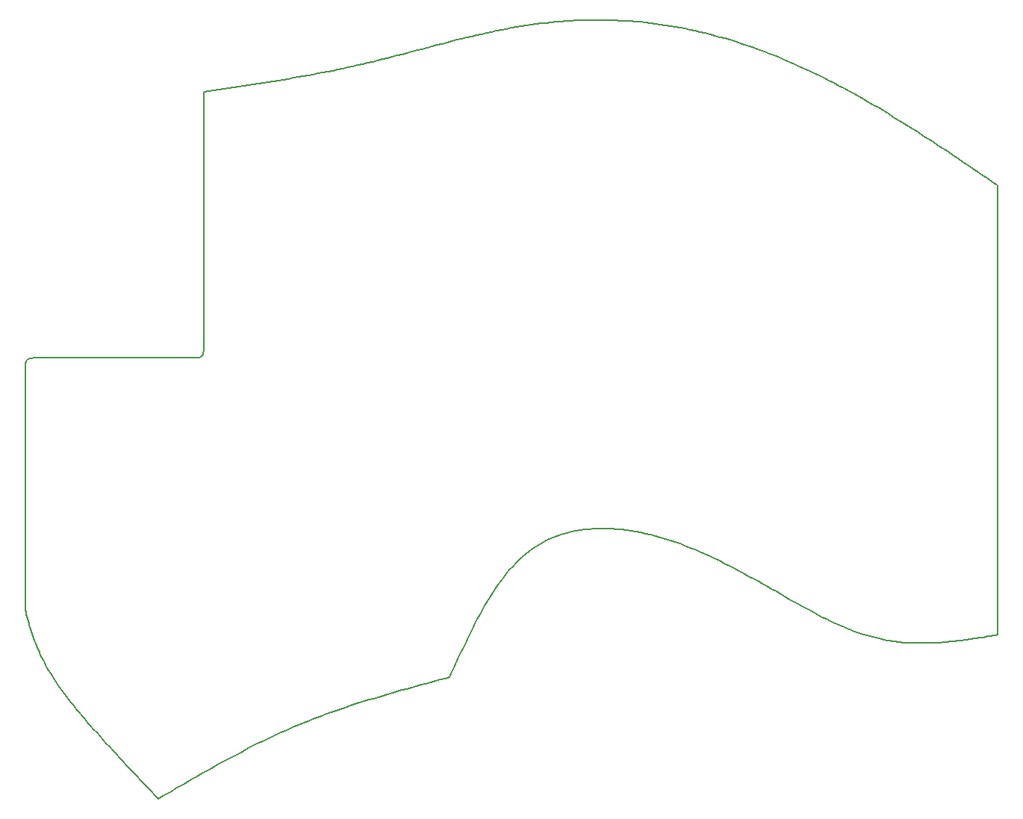
<source format=gbr>
%TF.GenerationSoftware,KiCad,Pcbnew,5.1.9*%
%TF.CreationDate,2021-04-16T22:17:29+02:00*%
%TF.ProjectId,handbrush,68616e64-6272-4757-9368-2e6b69636164,rev?*%
%TF.SameCoordinates,Original*%
%TF.FileFunction,Profile,NP*%
%FSLAX46Y46*%
G04 Gerber Fmt 4.6, Leading zero omitted, Abs format (unit mm)*
G04 Created by KiCad (PCBNEW 5.1.9) date 2021-04-16 22:17:29*
%MOMM*%
%LPD*%
G01*
G04 APERTURE LIST*
%TA.AperFunction,Profile*%
%ADD10C,0.200000*%
%TD*%
G04 APERTURE END LIST*
D10*
X142026427Y-118633065D02*
X142439155Y-118376967D01*
X142439155Y-118376967D02*
X142861242Y-118139170D01*
X142861242Y-118139170D02*
X143292386Y-117919436D01*
X143292386Y-117919436D02*
X143732285Y-117717526D01*
X143732285Y-117717526D02*
X144180637Y-117533203D01*
X144180637Y-117533203D02*
X144637140Y-117366231D01*
X144637140Y-117366231D02*
X145101492Y-117216370D01*
X145101492Y-117216370D02*
X145573392Y-117083385D01*
X145573392Y-117083385D02*
X146052536Y-116967036D01*
X146052536Y-116967036D02*
X146538624Y-116867088D01*
X146538624Y-116867088D02*
X147031354Y-116783301D01*
X147031354Y-116783301D02*
X147530423Y-116715439D01*
X147530423Y-116715439D02*
X148035530Y-116663265D01*
X148035530Y-116663265D02*
X148546372Y-116626540D01*
X148546372Y-116626540D02*
X149062648Y-116605027D01*
X149062648Y-116605027D02*
X149584056Y-116598488D01*
X149584056Y-116598488D02*
X150110294Y-116606687D01*
X150110294Y-116606687D02*
X150641060Y-116629385D01*
X150641060Y-116629385D02*
X151176052Y-116666345D01*
X151176052Y-116666345D02*
X151714968Y-116717330D01*
X151714968Y-116717330D02*
X152257506Y-116782101D01*
X152257506Y-116782101D02*
X152803365Y-116860422D01*
X152803365Y-116860422D02*
X153352242Y-116952054D01*
X153352242Y-116952054D02*
X153903835Y-117056761D01*
X153903835Y-117056761D02*
X154457843Y-117174305D01*
X154457843Y-117174305D02*
X155013964Y-117304448D01*
X155013964Y-117304448D02*
X155571895Y-117446953D01*
X155571895Y-117446953D02*
X156131335Y-117601582D01*
X156131335Y-117601582D02*
X156691982Y-117768098D01*
X156691982Y-117768098D02*
X157253533Y-117946263D01*
X157253533Y-117946263D02*
X157815688Y-118135840D01*
X157815688Y-118135840D02*
X158378144Y-118336591D01*
X104214064Y-96976157D02*
X104062743Y-97116523D01*
X104062743Y-97116523D02*
X103865348Y-97193471D01*
X103865348Y-97193471D02*
X103666931Y-97225396D01*
X103666931Y-97225396D02*
X103455335Y-97239111D01*
X103455335Y-97239111D02*
X103393901Y-97241668D01*
X185668699Y-129604377D02*
X185949540Y-129603024D01*
X185949540Y-129603024D02*
X186229555Y-129599019D01*
X186229555Y-129599019D02*
X186508770Y-129592446D01*
X186508770Y-129592446D02*
X186787210Y-129583392D01*
X186787210Y-129583392D02*
X187064904Y-129571942D01*
X187064904Y-129571942D02*
X187341878Y-129558182D01*
X187341878Y-129558182D02*
X187618159Y-129542196D01*
X187618159Y-129542196D02*
X187893773Y-129524072D01*
X187893773Y-129524072D02*
X188168748Y-129503893D01*
X188168748Y-129503893D02*
X188443109Y-129481746D01*
X188443109Y-129481746D02*
X188716884Y-129457717D01*
X188716884Y-129457717D02*
X188990099Y-129431890D01*
X188990099Y-129431890D02*
X189262781Y-129404352D01*
X189262781Y-129404352D02*
X189534958Y-129375188D01*
X189534958Y-129375188D02*
X189806655Y-129344483D01*
X189806655Y-129344483D02*
X190077899Y-129312323D01*
X190077899Y-129312323D02*
X190348718Y-129278794D01*
X190348718Y-129278794D02*
X190619137Y-129243982D01*
X190619137Y-129243982D02*
X190889184Y-129207971D01*
X190889184Y-129207971D02*
X191158885Y-129170847D01*
X191158885Y-129170847D02*
X191428268Y-129132697D01*
X191428268Y-129132697D02*
X191697358Y-129093604D01*
X191697358Y-129093604D02*
X191966183Y-129053656D01*
X191966183Y-129053656D02*
X192234770Y-129012937D01*
X192234770Y-129012937D02*
X192503144Y-128971534D01*
X192503144Y-128971534D02*
X192771334Y-128929531D01*
X192771334Y-128929531D02*
X193039365Y-128887014D01*
X193039365Y-128887014D02*
X193307264Y-128844070D01*
X193307264Y-128844070D02*
X193575058Y-128800782D01*
X193575058Y-128800782D02*
X193842774Y-128757238D01*
X193842774Y-128757238D02*
X194110439Y-128713522D01*
X194110439Y-128713522D02*
X194378080Y-128669720D01*
X158377974Y-59803097D02*
X157815471Y-59700170D01*
X157815471Y-59700170D02*
X157252967Y-59603854D01*
X157252967Y-59603854D02*
X156690462Y-59514117D01*
X156690462Y-59514117D02*
X156127956Y-59430928D01*
X156127956Y-59430928D02*
X155565449Y-59354257D01*
X155565449Y-59354257D02*
X155002941Y-59284073D01*
X155002941Y-59284073D02*
X154440432Y-59220346D01*
X154440432Y-59220346D02*
X153877922Y-59163046D01*
X153877922Y-59163046D02*
X153315410Y-59112142D01*
X153315410Y-59112142D02*
X152752898Y-59067603D01*
X152752898Y-59067603D02*
X152190384Y-59029398D01*
X152190384Y-59029398D02*
X151627869Y-58997499D01*
X151627869Y-58997499D02*
X151065353Y-58971873D01*
X151065353Y-58971873D02*
X150502836Y-58952490D01*
X150502836Y-58952490D02*
X149940318Y-58939320D01*
X149940318Y-58939320D02*
X149377799Y-58932332D01*
X149377799Y-58932332D02*
X148815278Y-58931496D01*
X148815278Y-58931496D02*
X148252757Y-58936781D01*
X148252757Y-58936781D02*
X147690234Y-58948156D01*
X147690234Y-58948156D02*
X147127710Y-58965592D01*
X147127710Y-58965592D02*
X146565185Y-58989057D01*
X146565185Y-58989057D02*
X146002659Y-59018522D01*
X146002659Y-59018522D02*
X145440131Y-59053955D01*
X145440131Y-59053955D02*
X144877603Y-59095326D01*
X144877603Y-59095326D02*
X144315073Y-59142604D01*
X144315073Y-59142604D02*
X143752542Y-59195760D01*
X143752542Y-59195760D02*
X143190010Y-59254762D01*
X143190010Y-59254762D02*
X142627476Y-59319580D01*
X142627476Y-59319580D02*
X142064942Y-59390183D01*
X142064942Y-59390183D02*
X141502406Y-59466541D01*
X141502406Y-59466541D02*
X140939870Y-59548624D01*
X140939870Y-59548624D02*
X140377332Y-59636401D01*
X104378265Y-95807939D02*
X104377638Y-96024947D01*
X104377638Y-96024947D02*
X104373253Y-96236756D01*
X104373253Y-96236756D02*
X104361352Y-96438205D01*
X104361352Y-96438205D02*
X104331857Y-96659002D01*
X104331857Y-96659002D02*
X104268263Y-96876455D01*
X104268263Y-96876455D02*
X104214064Y-96976157D01*
X103393898Y-97241668D02*
X85499563Y-97241668D01*
X174950171Y-126870082D02*
X175374711Y-127077376D01*
X175374711Y-127077376D02*
X175791126Y-127274369D01*
X175791126Y-127274369D02*
X176199650Y-127461306D01*
X176199650Y-127461306D02*
X176600517Y-127638430D01*
X176600517Y-127638430D02*
X176993962Y-127805985D01*
X176993962Y-127805985D02*
X177380220Y-127964215D01*
X177380220Y-127964215D02*
X177759525Y-128113364D01*
X177759525Y-128113364D02*
X178132112Y-128253676D01*
X178132112Y-128253676D02*
X178498215Y-128385395D01*
X178498215Y-128385395D02*
X178858070Y-128508766D01*
X178858070Y-128508766D02*
X179211910Y-128624031D01*
X179211910Y-128624031D02*
X179559970Y-128731435D01*
X179559970Y-128731435D02*
X179902485Y-128831222D01*
X179902485Y-128831222D02*
X180239689Y-128923635D01*
X180239689Y-128923635D02*
X180571818Y-129008920D01*
X180571818Y-129008920D02*
X180899105Y-129087319D01*
X180899105Y-129087319D02*
X181221785Y-129159077D01*
X181221785Y-129159077D02*
X181540093Y-129224437D01*
X181540093Y-129224437D02*
X181854263Y-129283644D01*
X181854263Y-129283644D02*
X182164531Y-129336942D01*
X182164531Y-129336942D02*
X182471130Y-129384574D01*
X182471130Y-129384574D02*
X182774295Y-129426784D01*
X182774295Y-129426784D02*
X183074261Y-129463817D01*
X183074261Y-129463817D02*
X183371262Y-129495916D01*
X183371262Y-129495916D02*
X183665534Y-129523326D01*
X183665534Y-129523326D02*
X183957310Y-129546290D01*
X183957310Y-129546290D02*
X184246825Y-129565052D01*
X184246825Y-129565052D02*
X184534314Y-129579857D01*
X184534314Y-129579857D02*
X184820011Y-129590948D01*
X184820011Y-129590948D02*
X185104151Y-129598569D01*
X185104151Y-129598569D02*
X185386969Y-129602963D01*
X185386969Y-129602963D02*
X185668699Y-129604377D01*
X85499563Y-97241668D02*
X85283490Y-97242679D01*
X85283490Y-97242679D02*
X85072808Y-97249757D01*
X85072808Y-97249757D02*
X84872868Y-97268968D01*
X84872868Y-97268968D02*
X84654655Y-97316581D01*
X84654655Y-97316581D02*
X84468866Y-97400885D01*
X84468866Y-97400885D02*
X84345483Y-97506732D01*
X88035295Y-134614110D02*
X88276591Y-134950783D01*
X88276591Y-134950783D02*
X88528230Y-135292946D01*
X88528230Y-135292946D02*
X88789880Y-135640421D01*
X88789880Y-135640421D02*
X89061205Y-135993030D01*
X89061205Y-135993030D02*
X89341873Y-136350598D01*
X89341873Y-136350598D02*
X89631550Y-136712946D01*
X89631550Y-136712946D02*
X89929901Y-137079898D01*
X89929901Y-137079898D02*
X90236595Y-137451276D01*
X90236595Y-137451276D02*
X90551296Y-137826904D01*
X90551296Y-137826904D02*
X90873671Y-138206605D01*
X90873671Y-138206605D02*
X91203387Y-138590201D01*
X91203387Y-138590201D02*
X91540110Y-138977516D01*
X91540110Y-138977516D02*
X91883507Y-139368372D01*
X91883507Y-139368372D02*
X92233243Y-139762593D01*
X92233243Y-139762593D02*
X92588985Y-140160001D01*
X92588985Y-140160001D02*
X92950399Y-140560419D01*
X92950399Y-140560419D02*
X93317152Y-140963671D01*
X93317152Y-140963671D02*
X93688910Y-141369578D01*
X93688910Y-141369578D02*
X94065340Y-141777965D01*
X94065340Y-141777965D02*
X94446108Y-142188654D01*
X94446108Y-142188654D02*
X94830879Y-142601468D01*
X94830879Y-142601468D02*
X95219321Y-143016231D01*
X95219321Y-143016231D02*
X95611101Y-143432764D01*
X95611101Y-143432764D02*
X96005883Y-143850891D01*
X96005883Y-143850891D02*
X96403335Y-144270435D01*
X96403335Y-144270435D02*
X96803123Y-144691218D01*
X96803123Y-144691218D02*
X97204913Y-145113065D01*
X97204913Y-145113065D02*
X97608372Y-145535797D01*
X97608372Y-145535797D02*
X98013166Y-145959238D01*
X98013166Y-145959238D02*
X98418962Y-146383211D01*
X98418962Y-146383211D02*
X98825425Y-146807538D01*
X98825425Y-146807538D02*
X99232223Y-147232043D01*
X194378080Y-77669063D02*
X193815543Y-77287848D01*
X193815543Y-77287848D02*
X193253008Y-76906799D01*
X193253008Y-76906799D02*
X192690473Y-76526079D01*
X192690473Y-76526079D02*
X192127938Y-76145854D01*
X192127938Y-76145854D02*
X191565404Y-75766289D01*
X191565404Y-75766289D02*
X191002870Y-75387547D01*
X191002870Y-75387547D02*
X190440337Y-75009795D01*
X190440337Y-75009795D02*
X189877805Y-74633196D01*
X189877805Y-74633196D02*
X189315274Y-74257916D01*
X189315274Y-74257916D02*
X188752743Y-73884119D01*
X188752743Y-73884119D02*
X188190213Y-73511970D01*
X188190213Y-73511970D02*
X187627684Y-73141634D01*
X187627684Y-73141634D02*
X187065156Y-72773275D01*
X187065156Y-72773275D02*
X186502629Y-72407059D01*
X186502629Y-72407059D02*
X185940104Y-72043151D01*
X185940104Y-72043151D02*
X185377579Y-71681714D01*
X185377579Y-71681714D02*
X184815055Y-71322914D01*
X184815055Y-71322914D02*
X184252532Y-70966915D01*
X184252532Y-70966915D02*
X183690011Y-70613883D01*
X183690011Y-70613883D02*
X183127491Y-70263982D01*
X183127491Y-70263982D02*
X182564972Y-69917377D01*
X182564972Y-69917377D02*
X182002454Y-69574233D01*
X182002454Y-69574233D02*
X181439938Y-69234714D01*
X181439938Y-69234714D02*
X180877423Y-68898985D01*
X180877423Y-68898985D02*
X180314910Y-68567212D01*
X180314910Y-68567212D02*
X179752399Y-68239558D01*
X179752399Y-68239558D02*
X179189889Y-67916189D01*
X179189889Y-67916189D02*
X178627380Y-67597269D01*
X178627380Y-67597269D02*
X178064873Y-67282963D01*
X178064873Y-67282963D02*
X177502368Y-66973437D01*
X177502368Y-66973437D02*
X176939865Y-66668854D01*
X176939865Y-66668854D02*
X176377364Y-66369380D01*
X104378263Y-67069643D02*
X104378263Y-95807939D01*
X84345483Y-97506732D02*
X84240047Y-97682009D01*
X84240047Y-97682009D02*
X84174685Y-97902658D01*
X84174685Y-97902658D02*
X84144158Y-98113627D01*
X84144158Y-98113627D02*
X84129687Y-98342758D01*
X84129687Y-98342758D02*
X84125919Y-98583985D01*
X84125919Y-98583985D02*
X84127503Y-98831241D01*
X84127503Y-125864087D02*
X84192731Y-126107346D01*
X84192731Y-126107346D02*
X84258294Y-126350782D01*
X84258294Y-126350782D02*
X84324523Y-126594571D01*
X84324523Y-126594571D02*
X84391753Y-126838890D01*
X84391753Y-126838890D02*
X84460318Y-127083916D01*
X84460318Y-127083916D02*
X84530551Y-127329827D01*
X84530551Y-127329827D02*
X84602785Y-127576799D01*
X84602785Y-127576799D02*
X84677355Y-127825010D01*
X84677355Y-127825010D02*
X84754595Y-128074637D01*
X84754595Y-128074637D02*
X84834837Y-128325856D01*
X84834837Y-128325856D02*
X84918416Y-128578845D01*
X84918416Y-128578845D02*
X85005665Y-128833782D01*
X85005665Y-128833782D02*
X85096919Y-129090842D01*
X85096919Y-129090842D02*
X85192509Y-129350204D01*
X85192509Y-129350204D02*
X85292772Y-129612044D01*
X85292772Y-129612044D02*
X85398039Y-129876539D01*
X85398039Y-129876539D02*
X85508645Y-130143867D01*
X85508645Y-130143867D02*
X85624924Y-130414205D01*
X85624924Y-130414205D02*
X85747208Y-130687729D01*
X85747208Y-130687729D02*
X85875833Y-130964617D01*
X85875833Y-130964617D02*
X86011131Y-131245046D01*
X86011131Y-131245046D02*
X86153436Y-131529192D01*
X86153436Y-131529192D02*
X86303082Y-131817234D01*
X86303082Y-131817234D02*
X86460402Y-132109348D01*
X86460402Y-132109348D02*
X86625731Y-132405711D01*
X86625731Y-132405711D02*
X86799402Y-132706501D01*
X86799402Y-132706501D02*
X86981748Y-133011894D01*
X86981748Y-133011894D02*
X87173104Y-133322068D01*
X87173104Y-133322068D02*
X87373803Y-133637199D01*
X87373803Y-133637199D02*
X87584179Y-133957465D01*
X87584179Y-133957465D02*
X87804564Y-134283043D01*
X87804564Y-134283043D02*
X88035295Y-134614110D01*
X176377364Y-66369380D02*
X175814865Y-66075158D01*
X175814865Y-66075158D02*
X175252370Y-65786253D01*
X175252370Y-65786253D02*
X174689878Y-65502708D01*
X174689878Y-65502708D02*
X174127389Y-65224564D01*
X174127389Y-65224564D02*
X173564903Y-64951866D01*
X173564903Y-64951866D02*
X173002420Y-64684654D01*
X173002420Y-64684654D02*
X172439939Y-64422973D01*
X172439939Y-64422973D02*
X171877460Y-64166864D01*
X171877460Y-64166864D02*
X171314983Y-63916371D01*
X171314983Y-63916371D02*
X170752507Y-63671537D01*
X170752507Y-63671537D02*
X170190033Y-63432403D01*
X170190033Y-63432403D02*
X169627560Y-63199012D01*
X169627560Y-63199012D02*
X169065088Y-62971408D01*
X169065088Y-62971408D02*
X168502617Y-62749633D01*
X168502617Y-62749633D02*
X167940146Y-62533729D01*
X167940146Y-62533729D02*
X167377675Y-62323740D01*
X167377675Y-62323740D02*
X166815204Y-62119707D01*
X166815204Y-62119707D02*
X166252733Y-61921675D01*
X166252733Y-61921675D02*
X165690262Y-61729685D01*
X165690262Y-61729685D02*
X165127789Y-61543779D01*
X165127789Y-61543779D02*
X164565316Y-61364002D01*
X164565316Y-61364002D02*
X164002841Y-61190395D01*
X164002841Y-61190395D02*
X163440365Y-61023002D01*
X163440365Y-61023002D02*
X162877887Y-60861864D01*
X162877887Y-60861864D02*
X162315408Y-60707025D01*
X162315408Y-60707025D02*
X161752926Y-60558527D01*
X161752926Y-60558527D02*
X161190441Y-60416413D01*
X161190441Y-60416413D02*
X160627954Y-60280726D01*
X160627954Y-60280726D02*
X160065464Y-60151508D01*
X160065464Y-60151508D02*
X159502971Y-60028802D01*
X159502971Y-60028802D02*
X158940474Y-59912650D01*
X158940474Y-59912650D02*
X158377974Y-59803097D01*
X122376758Y-63935786D02*
X121814264Y-64065485D01*
X121814264Y-64065485D02*
X121251773Y-64192159D01*
X121251773Y-64192159D02*
X120689286Y-64315906D01*
X120689286Y-64315906D02*
X120126803Y-64436822D01*
X120126803Y-64436822D02*
X119564322Y-64555006D01*
X119564322Y-64555006D02*
X119001844Y-64670555D01*
X119001844Y-64670555D02*
X118439370Y-64783566D01*
X118439370Y-64783566D02*
X117876898Y-64894138D01*
X117876898Y-64894138D02*
X117314430Y-65002368D01*
X117314430Y-65002368D02*
X116751964Y-65108353D01*
X116751964Y-65108353D02*
X116189501Y-65212190D01*
X116189501Y-65212190D02*
X115627040Y-65313979D01*
X115627040Y-65313979D02*
X115064582Y-65413815D01*
X115064582Y-65413815D02*
X114502126Y-65511797D01*
X114502126Y-65511797D02*
X113939673Y-65608023D01*
X113939673Y-65608023D02*
X113377223Y-65702589D01*
X113377223Y-65702589D02*
X112814774Y-65795594D01*
X112814774Y-65795594D02*
X112252328Y-65887135D01*
X112252328Y-65887135D02*
X111689884Y-65977310D01*
X111689884Y-65977310D02*
X111127441Y-66066216D01*
X111127441Y-66066216D02*
X110565001Y-66153950D01*
X110565001Y-66153950D02*
X110002563Y-66240611D01*
X110002563Y-66240611D02*
X109440126Y-66326296D01*
X109440126Y-66326296D02*
X108877691Y-66411103D01*
X108877691Y-66411103D02*
X108315258Y-66495129D01*
X108315258Y-66495129D02*
X107752826Y-66578471D01*
X107752826Y-66578471D02*
X107190396Y-66661228D01*
X107190396Y-66661228D02*
X106627967Y-66743497D01*
X106627967Y-66743497D02*
X106065540Y-66825375D01*
X106065540Y-66825375D02*
X105503113Y-66906960D01*
X105503113Y-66906960D02*
X104940688Y-66988350D01*
X104940688Y-66988350D02*
X104378265Y-67069643D01*
X140377332Y-59636401D02*
X139814793Y-59729799D01*
X139814793Y-59729799D02*
X139252256Y-59828586D01*
X139252256Y-59828586D02*
X138689720Y-59932485D01*
X138689720Y-59932485D02*
X138127186Y-60041223D01*
X138127186Y-60041223D02*
X137564652Y-60154526D01*
X137564652Y-60154526D02*
X137002120Y-60272118D01*
X137002120Y-60272118D02*
X136439589Y-60393725D01*
X136439589Y-60393725D02*
X135877060Y-60519072D01*
X135877060Y-60519072D02*
X135314531Y-60647886D01*
X135314531Y-60647886D02*
X134752004Y-60779891D01*
X134752004Y-60779891D02*
X134189479Y-60914813D01*
X134189479Y-60914813D02*
X133626954Y-61052377D01*
X133626954Y-61052377D02*
X133064431Y-61192310D01*
X133064431Y-61192310D02*
X132501910Y-61334335D01*
X132501910Y-61334335D02*
X131939389Y-61478179D01*
X131939389Y-61478179D02*
X131376870Y-61623568D01*
X131376870Y-61623568D02*
X130814352Y-61770226D01*
X130814352Y-61770226D02*
X130251836Y-61917880D01*
X130251836Y-61917880D02*
X129689321Y-62066254D01*
X129689321Y-62066254D02*
X129126808Y-62215074D01*
X129126808Y-62215074D02*
X128564296Y-62364066D01*
X128564296Y-62364066D02*
X128001785Y-62512955D01*
X128001785Y-62512955D02*
X127439276Y-62661467D01*
X127439276Y-62661467D02*
X126876768Y-62809326D01*
X126876768Y-62809326D02*
X126314261Y-62956259D01*
X126314261Y-62956259D02*
X125751756Y-63101991D01*
X125751756Y-63101991D02*
X125189253Y-63246247D01*
X125189253Y-63246247D02*
X124626751Y-63388753D01*
X124626751Y-63388753D02*
X124064250Y-63529235D01*
X124064250Y-63529235D02*
X123501751Y-63667417D01*
X123501751Y-63667417D02*
X122939254Y-63803025D01*
X122939254Y-63803025D02*
X122376758Y-63935786D01*
X194378080Y-128669720D02*
X194378080Y-77669063D01*
X99232223Y-147232043D02*
X99721312Y-146946967D01*
X99721312Y-146946967D02*
X100210456Y-146662026D01*
X100210456Y-146662026D02*
X100699707Y-146377357D01*
X100699707Y-146377357D02*
X101189119Y-146093096D01*
X101189119Y-146093096D02*
X101678744Y-145809378D01*
X101678744Y-145809378D02*
X102168636Y-145526341D01*
X102168636Y-145526341D02*
X102658847Y-145244121D01*
X102658847Y-145244121D02*
X103149430Y-144962854D01*
X103149430Y-144962854D02*
X103640438Y-144682676D01*
X103640438Y-144682676D02*
X104131924Y-144403724D01*
X104131924Y-144403724D02*
X104623941Y-144126134D01*
X104623941Y-144126134D02*
X105116541Y-143850041D01*
X105116541Y-143850041D02*
X105609778Y-143575583D01*
X105609778Y-143575583D02*
X106103705Y-143302896D01*
X106103705Y-143302896D02*
X106598374Y-143032116D01*
X106598374Y-143032116D02*
X107093838Y-142763380D01*
X107093838Y-142763380D02*
X107590150Y-142496823D01*
X107590150Y-142496823D02*
X108087363Y-142232581D01*
X108087363Y-142232581D02*
X108585530Y-141970792D01*
X108585530Y-141970792D02*
X109084705Y-141711592D01*
X109084705Y-141711592D02*
X109584938Y-141455116D01*
X109584938Y-141455116D02*
X110086285Y-141201502D01*
X110086285Y-141201502D02*
X110588797Y-140950884D01*
X110588797Y-140950884D02*
X111092527Y-140703401D01*
X111092527Y-140703401D02*
X111597529Y-140459187D01*
X111597529Y-140459187D02*
X112103855Y-140218380D01*
X112103855Y-140218380D02*
X112611558Y-139981115D01*
X112611558Y-139981115D02*
X113120691Y-139747529D01*
X113120691Y-139747529D02*
X113631307Y-139517758D01*
X113631307Y-139517758D02*
X114143459Y-139291939D01*
X114143459Y-139291939D02*
X114657199Y-139070207D01*
X114657199Y-139070207D02*
X115172582Y-138852700D01*
X84127500Y-98831241D02*
X84127500Y-125864087D01*
X158378144Y-118336591D02*
X158940604Y-118548205D01*
X158940604Y-118548205D02*
X159502798Y-118770084D01*
X159502798Y-118770084D02*
X160064467Y-119001556D01*
X160064467Y-119001556D02*
X160625348Y-119241950D01*
X160625348Y-119241950D02*
X161185180Y-119490595D01*
X161185180Y-119490595D02*
X161743703Y-119746820D01*
X161743703Y-119746820D02*
X162300655Y-120009953D01*
X162300655Y-120009953D02*
X162855775Y-120279323D01*
X162855775Y-120279323D02*
X163408802Y-120554258D01*
X163408802Y-120554258D02*
X163959475Y-120834089D01*
X163959475Y-120834089D02*
X164507533Y-121118142D01*
X164507533Y-121118142D02*
X165052714Y-121405748D01*
X165052714Y-121405748D02*
X165594757Y-121696234D01*
X165594757Y-121696234D02*
X166133402Y-121988931D01*
X166133402Y-121988931D02*
X166668388Y-122283165D01*
X166668388Y-122283165D02*
X167199452Y-122578267D01*
X167199452Y-122578267D02*
X167726334Y-122873564D01*
X167726334Y-122873564D02*
X168248774Y-123168386D01*
X168248774Y-123168386D02*
X168766509Y-123462061D01*
X168766509Y-123462061D02*
X169279278Y-123753919D01*
X169279278Y-123753919D02*
X169786821Y-124043287D01*
X169786821Y-124043287D02*
X170288877Y-124329495D01*
X170288877Y-124329495D02*
X170785184Y-124611871D01*
X170785184Y-124611871D02*
X171275481Y-124889745D01*
X171275481Y-124889745D02*
X171759507Y-125162444D01*
X171759507Y-125162444D02*
X172237001Y-125429299D01*
X172237001Y-125429299D02*
X172707702Y-125689636D01*
X172707702Y-125689636D02*
X173171349Y-125942786D01*
X173171349Y-125942786D02*
X173627680Y-126188076D01*
X173627680Y-126188076D02*
X174076435Y-126424837D01*
X174076435Y-126424837D02*
X174517352Y-126652396D01*
X174517352Y-126652396D02*
X174950171Y-126870082D01*
X115172582Y-138852700D02*
X115689640Y-138639507D01*
X115689640Y-138639507D02*
X116208339Y-138430539D01*
X116208339Y-138430539D02*
X116728625Y-138225660D01*
X116728625Y-138225660D02*
X117250446Y-138024733D01*
X117250446Y-138024733D02*
X117773749Y-137827623D01*
X117773749Y-137827623D02*
X118298480Y-137634192D01*
X118298480Y-137634192D02*
X118824588Y-137444304D01*
X118824588Y-137444304D02*
X119352019Y-137257823D01*
X119352019Y-137257823D02*
X119880721Y-137074613D01*
X119880721Y-137074613D02*
X120410640Y-136894538D01*
X120410640Y-136894538D02*
X120941724Y-136717460D01*
X120941724Y-136717460D02*
X121473920Y-136543245D01*
X121473920Y-136543245D02*
X122007176Y-136371755D01*
X122007176Y-136371755D02*
X122541437Y-136202854D01*
X122541437Y-136202854D02*
X123076652Y-136036406D01*
X123076652Y-136036406D02*
X123612768Y-135872275D01*
X123612768Y-135872275D02*
X124149732Y-135710324D01*
X124149732Y-135710324D02*
X124687490Y-135550417D01*
X124687490Y-135550417D02*
X125225991Y-135392417D01*
X125225991Y-135392417D02*
X125765181Y-135236189D01*
X125765181Y-135236189D02*
X126305008Y-135081596D01*
X126305008Y-135081596D02*
X126845418Y-134928502D01*
X126845418Y-134928502D02*
X127386359Y-134776770D01*
X127386359Y-134776770D02*
X127927778Y-134626264D01*
X127927778Y-134626264D02*
X128469622Y-134476848D01*
X128469622Y-134476848D02*
X129011839Y-134328385D01*
X129011839Y-134328385D02*
X129554375Y-134180740D01*
X129554375Y-134180740D02*
X130097178Y-134033775D01*
X130097178Y-134033775D02*
X130640195Y-133887355D01*
X130640195Y-133887355D02*
X131183372Y-133741344D01*
X131183372Y-133741344D02*
X131726658Y-133595604D01*
X131726658Y-133595604D02*
X132270000Y-133450000D01*
X132270000Y-133450000D02*
X132523402Y-132888229D01*
X132523402Y-132888229D02*
X132777107Y-132327037D01*
X132777107Y-132327037D02*
X133031416Y-131767001D01*
X133031416Y-131767001D02*
X133286632Y-131208701D01*
X133286632Y-131208701D02*
X133543057Y-130652716D01*
X133543057Y-130652716D02*
X133800991Y-130099626D01*
X133800991Y-130099626D02*
X134060738Y-129550010D01*
X134060738Y-129550010D02*
X134322600Y-129004447D01*
X134322600Y-129004447D02*
X134586877Y-128463517D01*
X134586877Y-128463517D02*
X134853872Y-127927798D01*
X134853872Y-127927798D02*
X135123887Y-127397871D01*
X135123887Y-127397871D02*
X135397223Y-126874313D01*
X135397223Y-126874313D02*
X135674183Y-126357706D01*
X135674183Y-126357706D02*
X135955069Y-125848627D01*
X135955069Y-125848627D02*
X136240182Y-125347657D01*
X136240182Y-125347657D02*
X136529824Y-124855374D01*
X136529824Y-124855374D02*
X136824298Y-124372359D01*
X136824298Y-124372359D02*
X137123904Y-123899189D01*
X137123904Y-123899189D02*
X137428945Y-123436445D01*
X137428945Y-123436445D02*
X137739724Y-122984705D01*
X137739724Y-122984705D02*
X138056541Y-122544550D01*
X138056541Y-122544550D02*
X138379698Y-122116557D01*
X138379698Y-122116557D02*
X138709498Y-121701308D01*
X138709498Y-121701308D02*
X139046243Y-121299380D01*
X139046243Y-121299380D02*
X139390234Y-120911354D01*
X139390234Y-120911354D02*
X139741773Y-120537808D01*
X139741773Y-120537808D02*
X140101162Y-120179322D01*
X140101162Y-120179322D02*
X140468704Y-119836475D01*
X140468704Y-119836475D02*
X140844699Y-119509847D01*
X140844699Y-119509847D02*
X141229450Y-119200016D01*
X141229450Y-119200016D02*
X141623258Y-118907562D01*
X141623258Y-118907562D02*
X142026427Y-118633065D01*
M02*

</source>
